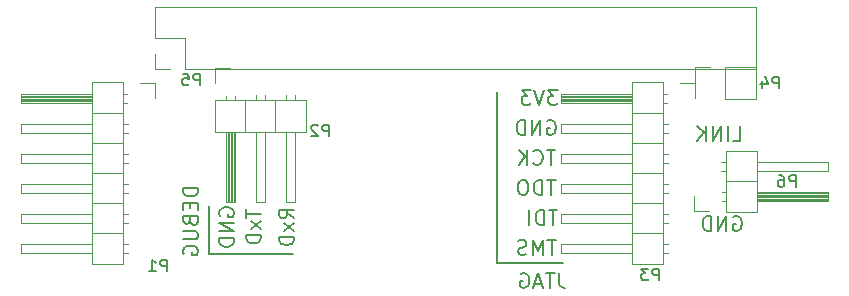
<source format=gbo>
G04 #@! TF.FileFunction,Legend,Bot*
%FSLAX46Y46*%
G04 Gerber Fmt 4.6, Leading zero omitted, Abs format (unit mm)*
G04 Created by KiCad (PCBNEW 4.0.7-e2-6376~58~ubuntu16.04.1) date Tue Jul 31 11:14:15 2018*
%MOMM*%
%LPD*%
G01*
G04 APERTURE LIST*
%ADD10C,0.100000*%
%ADD11C,0.200000*%
%ADD12C,0.120000*%
%ADD13C,0.150000*%
G04 APERTURE END LIST*
D10*
D11*
X68544476Y-36694436D02*
X69139714Y-36694436D01*
X69139714Y-35444436D01*
X68127809Y-36694436D02*
X68127809Y-35444436D01*
X67532571Y-36694436D02*
X67532571Y-35444436D01*
X66818285Y-36694436D01*
X66818285Y-35444436D01*
X66223047Y-36694436D02*
X66223047Y-35444436D01*
X65508761Y-36694436D02*
X66044476Y-35980150D01*
X65508761Y-35444436D02*
X66223047Y-36158722D01*
X68560381Y-43123960D02*
X68679429Y-43064436D01*
X68858000Y-43064436D01*
X69036572Y-43123960D01*
X69155619Y-43243008D01*
X69215143Y-43362055D01*
X69274667Y-43600150D01*
X69274667Y-43778722D01*
X69215143Y-44016817D01*
X69155619Y-44135865D01*
X69036572Y-44254912D01*
X68858000Y-44314436D01*
X68738952Y-44314436D01*
X68560381Y-44254912D01*
X68500857Y-44195389D01*
X68500857Y-43778722D01*
X68738952Y-43778722D01*
X67965143Y-44314436D02*
X67965143Y-43064436D01*
X67250857Y-44314436D01*
X67250857Y-43064436D01*
X66655619Y-44314436D02*
X66655619Y-43064436D01*
X66358000Y-43064436D01*
X66179428Y-43123960D01*
X66060381Y-43243008D01*
X66000857Y-43362055D01*
X65941333Y-43600150D01*
X65941333Y-43778722D01*
X66000857Y-44016817D01*
X66060381Y-44135865D01*
X66179428Y-44254912D01*
X66358000Y-44314436D01*
X66655619Y-44314436D01*
X23215476Y-40697341D02*
X21965476Y-40697341D01*
X21965476Y-40994960D01*
X22025000Y-41173532D01*
X22144048Y-41292579D01*
X22263095Y-41352103D01*
X22501190Y-41411627D01*
X22679762Y-41411627D01*
X22917857Y-41352103D01*
X23036905Y-41292579D01*
X23155952Y-41173532D01*
X23215476Y-40994960D01*
X23215476Y-40697341D01*
X22560714Y-41947341D02*
X22560714Y-42364008D01*
X23215476Y-42542579D02*
X23215476Y-41947341D01*
X21965476Y-41947341D01*
X21965476Y-42542579D01*
X22560714Y-43494960D02*
X22620238Y-43673531D01*
X22679762Y-43733055D01*
X22798810Y-43792579D01*
X22977381Y-43792579D01*
X23096429Y-43733055D01*
X23155952Y-43673531D01*
X23215476Y-43554484D01*
X23215476Y-43078293D01*
X21965476Y-43078293D01*
X21965476Y-43494960D01*
X22025000Y-43614007D01*
X22084524Y-43673531D01*
X22203571Y-43733055D01*
X22322619Y-43733055D01*
X22441667Y-43673531D01*
X22501190Y-43614007D01*
X22560714Y-43494960D01*
X22560714Y-43078293D01*
X21965476Y-44328293D02*
X22977381Y-44328293D01*
X23096429Y-44387817D01*
X23155952Y-44447341D01*
X23215476Y-44566388D01*
X23215476Y-44804484D01*
X23155952Y-44923531D01*
X23096429Y-44983055D01*
X22977381Y-45042579D01*
X21965476Y-45042579D01*
X22025000Y-46292579D02*
X21965476Y-46173531D01*
X21965476Y-45994960D01*
X22025000Y-45816388D01*
X22144048Y-45697341D01*
X22263095Y-45637817D01*
X22501190Y-45578293D01*
X22679762Y-45578293D01*
X22917857Y-45637817D01*
X23036905Y-45697341D01*
X23155952Y-45816388D01*
X23215476Y-45994960D01*
X23215476Y-46114008D01*
X23155952Y-46292579D01*
X23096429Y-46352103D01*
X22679762Y-46352103D01*
X22679762Y-46114008D01*
X24174000Y-46288960D02*
X24174000Y-42224960D01*
X31286000Y-46288960D02*
X24174000Y-46288960D01*
X48558000Y-47050960D02*
X54146000Y-47050960D01*
X48558000Y-32572960D02*
X48558000Y-47050960D01*
X53826333Y-47890436D02*
X53826333Y-48783293D01*
X53885857Y-48961865D01*
X54004905Y-49080912D01*
X54183476Y-49140436D01*
X54302524Y-49140436D01*
X53409666Y-47890436D02*
X52695381Y-47890436D01*
X53052524Y-49140436D02*
X53052524Y-47890436D01*
X52338238Y-48783293D02*
X51743000Y-48783293D01*
X52457285Y-49140436D02*
X52040619Y-47890436D01*
X51623952Y-49140436D01*
X50552523Y-47949960D02*
X50671571Y-47890436D01*
X50850142Y-47890436D01*
X51028714Y-47949960D01*
X51147761Y-48069008D01*
X51207285Y-48188055D01*
X51266809Y-48426150D01*
X51266809Y-48604722D01*
X51207285Y-48842817D01*
X51147761Y-48961865D01*
X51028714Y-49080912D01*
X50850142Y-49140436D01*
X50731094Y-49140436D01*
X50552523Y-49080912D01*
X50492999Y-49021389D01*
X50492999Y-48604722D01*
X50731094Y-48604722D01*
X53661619Y-32396436D02*
X52887809Y-32396436D01*
X53304476Y-32872627D01*
X53125904Y-32872627D01*
X53006857Y-32932150D01*
X52947333Y-32991674D01*
X52887809Y-33110722D01*
X52887809Y-33408341D01*
X52947333Y-33527389D01*
X53006857Y-33586912D01*
X53125904Y-33646436D01*
X53483047Y-33646436D01*
X53602095Y-33586912D01*
X53661619Y-33527389D01*
X52530666Y-32396436D02*
X52114000Y-33646436D01*
X51697333Y-32396436D01*
X51399714Y-32396436D02*
X50625904Y-32396436D01*
X51042571Y-32872627D01*
X50863999Y-32872627D01*
X50744952Y-32932150D01*
X50685428Y-32991674D01*
X50625904Y-33110722D01*
X50625904Y-33408341D01*
X50685428Y-33527389D01*
X50744952Y-33586912D01*
X50863999Y-33646436D01*
X51221142Y-33646436D01*
X51340190Y-33586912D01*
X51399714Y-33527389D01*
X52812381Y-34995960D02*
X52931429Y-34936436D01*
X53110000Y-34936436D01*
X53288572Y-34995960D01*
X53407619Y-35115008D01*
X53467143Y-35234055D01*
X53526667Y-35472150D01*
X53526667Y-35650722D01*
X53467143Y-35888817D01*
X53407619Y-36007865D01*
X53288572Y-36126912D01*
X53110000Y-36186436D01*
X52990952Y-36186436D01*
X52812381Y-36126912D01*
X52752857Y-36067389D01*
X52752857Y-35650722D01*
X52990952Y-35650722D01*
X52217143Y-36186436D02*
X52217143Y-34936436D01*
X51502857Y-36186436D01*
X51502857Y-34936436D01*
X50907619Y-36186436D02*
X50907619Y-34936436D01*
X50610000Y-34936436D01*
X50431428Y-34995960D01*
X50312381Y-35115008D01*
X50252857Y-35234055D01*
X50193333Y-35472150D01*
X50193333Y-35650722D01*
X50252857Y-35888817D01*
X50312381Y-36007865D01*
X50431428Y-36126912D01*
X50610000Y-36186436D01*
X50907619Y-36186436D01*
X53467142Y-37476436D02*
X52752857Y-37476436D01*
X53110000Y-38726436D02*
X53110000Y-37476436D01*
X51621904Y-38607389D02*
X51681428Y-38666912D01*
X51859999Y-38726436D01*
X51979047Y-38726436D01*
X52157619Y-38666912D01*
X52276666Y-38547865D01*
X52336190Y-38428817D01*
X52395714Y-38190722D01*
X52395714Y-38012150D01*
X52336190Y-37774055D01*
X52276666Y-37655008D01*
X52157619Y-37535960D01*
X51979047Y-37476436D01*
X51859999Y-37476436D01*
X51681428Y-37535960D01*
X51621904Y-37595484D01*
X51086190Y-38726436D02*
X51086190Y-37476436D01*
X50371904Y-38726436D02*
X50907619Y-38012150D01*
X50371904Y-37476436D02*
X51086190Y-38190722D01*
X53496904Y-40016436D02*
X52782619Y-40016436D01*
X53139762Y-41266436D02*
X53139762Y-40016436D01*
X52365952Y-41266436D02*
X52365952Y-40016436D01*
X52068333Y-40016436D01*
X51889761Y-40075960D01*
X51770714Y-40195008D01*
X51711190Y-40314055D01*
X51651666Y-40552150D01*
X51651666Y-40730722D01*
X51711190Y-40968817D01*
X51770714Y-41087865D01*
X51889761Y-41206912D01*
X52068333Y-41266436D01*
X52365952Y-41266436D01*
X50877857Y-40016436D02*
X50639761Y-40016436D01*
X50520714Y-40075960D01*
X50401666Y-40195008D01*
X50342142Y-40433103D01*
X50342142Y-40849770D01*
X50401666Y-41087865D01*
X50520714Y-41206912D01*
X50639761Y-41266436D01*
X50877857Y-41266436D01*
X50996904Y-41206912D01*
X51115952Y-41087865D01*
X51175476Y-40849770D01*
X51175476Y-40433103D01*
X51115952Y-40195008D01*
X50996904Y-40075960D01*
X50877857Y-40016436D01*
X53647761Y-42556436D02*
X52933476Y-42556436D01*
X53290619Y-43806436D02*
X53290619Y-42556436D01*
X52516809Y-43806436D02*
X52516809Y-42556436D01*
X52219190Y-42556436D01*
X52040618Y-42615960D01*
X51921571Y-42735008D01*
X51862047Y-42854055D01*
X51802523Y-43092150D01*
X51802523Y-43270722D01*
X51862047Y-43508817D01*
X51921571Y-43627865D01*
X52040618Y-43746912D01*
X52219190Y-43806436D01*
X52516809Y-43806436D01*
X51266809Y-43806436D02*
X51266809Y-42556436D01*
X53526666Y-45096436D02*
X52812381Y-45096436D01*
X53169524Y-46346436D02*
X53169524Y-45096436D01*
X52395714Y-46346436D02*
X52395714Y-45096436D01*
X51979047Y-45989293D01*
X51562381Y-45096436D01*
X51562381Y-46346436D01*
X51026667Y-46286912D02*
X50848095Y-46346436D01*
X50550476Y-46346436D01*
X50431429Y-46286912D01*
X50371905Y-46227389D01*
X50312381Y-46108341D01*
X50312381Y-45989293D01*
X50371905Y-45870246D01*
X50431429Y-45810722D01*
X50550476Y-45751198D01*
X50788572Y-45691674D01*
X50907619Y-45632150D01*
X50967143Y-45572627D01*
X51026667Y-45453579D01*
X51026667Y-45334531D01*
X50967143Y-45215484D01*
X50907619Y-45155960D01*
X50788572Y-45096436D01*
X50490952Y-45096436D01*
X50312381Y-45155960D01*
X31343476Y-43258913D02*
X30748238Y-42842246D01*
X31343476Y-42544627D02*
X30093476Y-42544627D01*
X30093476Y-43020818D01*
X30153000Y-43139865D01*
X30212524Y-43199389D01*
X30331571Y-43258913D01*
X30510143Y-43258913D01*
X30629190Y-43199389D01*
X30688714Y-43139865D01*
X30748238Y-43020818D01*
X30748238Y-42544627D01*
X31343476Y-43675579D02*
X30510143Y-44330341D01*
X30510143Y-43675579D02*
X31343476Y-44330341D01*
X31343476Y-44806532D02*
X30093476Y-44806532D01*
X30093476Y-45104151D01*
X30153000Y-45282723D01*
X30272048Y-45401770D01*
X30391095Y-45461294D01*
X30629190Y-45520818D01*
X30807762Y-45520818D01*
X31045857Y-45461294D01*
X31164905Y-45401770D01*
X31283952Y-45282723D01*
X31343476Y-45104151D01*
X31343476Y-44806532D01*
X27299476Y-42514865D02*
X27299476Y-43229150D01*
X28549476Y-42872007D02*
X27299476Y-42872007D01*
X28549476Y-43526769D02*
X27716143Y-44181531D01*
X27716143Y-43526769D02*
X28549476Y-44181531D01*
X28549476Y-44657722D02*
X27299476Y-44657722D01*
X27299476Y-44955341D01*
X27359000Y-45133913D01*
X27478048Y-45252960D01*
X27597095Y-45312484D01*
X27835190Y-45372008D01*
X28013762Y-45372008D01*
X28251857Y-45312484D01*
X28370905Y-45252960D01*
X28489952Y-45133913D01*
X28549476Y-44955341D01*
X28549476Y-44657722D01*
X25073000Y-43050579D02*
X25013476Y-42931531D01*
X25013476Y-42752960D01*
X25073000Y-42574388D01*
X25192048Y-42455341D01*
X25311095Y-42395817D01*
X25549190Y-42336293D01*
X25727762Y-42336293D01*
X25965857Y-42395817D01*
X26084905Y-42455341D01*
X26203952Y-42574388D01*
X26263476Y-42752960D01*
X26263476Y-42872008D01*
X26203952Y-43050579D01*
X26144429Y-43110103D01*
X25727762Y-43110103D01*
X25727762Y-42872008D01*
X26263476Y-43645817D02*
X25013476Y-43645817D01*
X26263476Y-44360103D01*
X25013476Y-44360103D01*
X26263476Y-44955341D02*
X25013476Y-44955341D01*
X25013476Y-45252960D01*
X25073000Y-45431532D01*
X25192048Y-45550579D01*
X25311095Y-45610103D01*
X25549190Y-45669627D01*
X25727762Y-45669627D01*
X25965857Y-45610103D01*
X26084905Y-45550579D01*
X26203952Y-45431532D01*
X26263476Y-45252960D01*
X26263476Y-44955341D01*
D12*
X16892000Y-31750960D02*
X16892000Y-47110960D01*
X16892000Y-47110960D02*
X14232000Y-47110960D01*
X14232000Y-47110960D02*
X14232000Y-31750960D01*
X14232000Y-31750960D02*
X16892000Y-31750960D01*
X14232000Y-32700960D02*
X8232000Y-32700960D01*
X8232000Y-32700960D02*
X8232000Y-33460960D01*
X8232000Y-33460960D02*
X14232000Y-33460960D01*
X14232000Y-32760960D02*
X8232000Y-32760960D01*
X14232000Y-32880960D02*
X8232000Y-32880960D01*
X14232000Y-33000960D02*
X8232000Y-33000960D01*
X14232000Y-33120960D02*
X8232000Y-33120960D01*
X14232000Y-33240960D02*
X8232000Y-33240960D01*
X14232000Y-33360960D02*
X8232000Y-33360960D01*
X17222000Y-32700960D02*
X16892000Y-32700960D01*
X17222000Y-33460960D02*
X16892000Y-33460960D01*
X16892000Y-34350960D02*
X14232000Y-34350960D01*
X14232000Y-35240960D02*
X8232000Y-35240960D01*
X8232000Y-35240960D02*
X8232000Y-36000960D01*
X8232000Y-36000960D02*
X14232000Y-36000960D01*
X17289071Y-35240960D02*
X16892000Y-35240960D01*
X17289071Y-36000960D02*
X16892000Y-36000960D01*
X16892000Y-36890960D02*
X14232000Y-36890960D01*
X14232000Y-37780960D02*
X8232000Y-37780960D01*
X8232000Y-37780960D02*
X8232000Y-38540960D01*
X8232000Y-38540960D02*
X14232000Y-38540960D01*
X17289071Y-37780960D02*
X16892000Y-37780960D01*
X17289071Y-38540960D02*
X16892000Y-38540960D01*
X16892000Y-39430960D02*
X14232000Y-39430960D01*
X14232000Y-40320960D02*
X8232000Y-40320960D01*
X8232000Y-40320960D02*
X8232000Y-41080960D01*
X8232000Y-41080960D02*
X14232000Y-41080960D01*
X17289071Y-40320960D02*
X16892000Y-40320960D01*
X17289071Y-41080960D02*
X16892000Y-41080960D01*
X16892000Y-41970960D02*
X14232000Y-41970960D01*
X14232000Y-42860960D02*
X8232000Y-42860960D01*
X8232000Y-42860960D02*
X8232000Y-43620960D01*
X8232000Y-43620960D02*
X14232000Y-43620960D01*
X17289071Y-42860960D02*
X16892000Y-42860960D01*
X17289071Y-43620960D02*
X16892000Y-43620960D01*
X16892000Y-44510960D02*
X14232000Y-44510960D01*
X14232000Y-45400960D02*
X8232000Y-45400960D01*
X8232000Y-45400960D02*
X8232000Y-46160960D01*
X8232000Y-46160960D02*
X14232000Y-46160960D01*
X17289071Y-45400960D02*
X16892000Y-45400960D01*
X17289071Y-46160960D02*
X16892000Y-46160960D01*
X19602000Y-33080960D02*
X19602000Y-31810960D01*
X19602000Y-31810960D02*
X18332000Y-31810960D01*
X62612000Y-31750960D02*
X62612000Y-47110960D01*
X62612000Y-47110960D02*
X59952000Y-47110960D01*
X59952000Y-47110960D02*
X59952000Y-31750960D01*
X59952000Y-31750960D02*
X62612000Y-31750960D01*
X59952000Y-32700960D02*
X53952000Y-32700960D01*
X53952000Y-32700960D02*
X53952000Y-33460960D01*
X53952000Y-33460960D02*
X59952000Y-33460960D01*
X59952000Y-32760960D02*
X53952000Y-32760960D01*
X59952000Y-32880960D02*
X53952000Y-32880960D01*
X59952000Y-33000960D02*
X53952000Y-33000960D01*
X59952000Y-33120960D02*
X53952000Y-33120960D01*
X59952000Y-33240960D02*
X53952000Y-33240960D01*
X59952000Y-33360960D02*
X53952000Y-33360960D01*
X62942000Y-32700960D02*
X62612000Y-32700960D01*
X62942000Y-33460960D02*
X62612000Y-33460960D01*
X62612000Y-34350960D02*
X59952000Y-34350960D01*
X59952000Y-35240960D02*
X53952000Y-35240960D01*
X53952000Y-35240960D02*
X53952000Y-36000960D01*
X53952000Y-36000960D02*
X59952000Y-36000960D01*
X63009071Y-35240960D02*
X62612000Y-35240960D01*
X63009071Y-36000960D02*
X62612000Y-36000960D01*
X62612000Y-36890960D02*
X59952000Y-36890960D01*
X59952000Y-37780960D02*
X53952000Y-37780960D01*
X53952000Y-37780960D02*
X53952000Y-38540960D01*
X53952000Y-38540960D02*
X59952000Y-38540960D01*
X63009071Y-37780960D02*
X62612000Y-37780960D01*
X63009071Y-38540960D02*
X62612000Y-38540960D01*
X62612000Y-39430960D02*
X59952000Y-39430960D01*
X59952000Y-40320960D02*
X53952000Y-40320960D01*
X53952000Y-40320960D02*
X53952000Y-41080960D01*
X53952000Y-41080960D02*
X59952000Y-41080960D01*
X63009071Y-40320960D02*
X62612000Y-40320960D01*
X63009071Y-41080960D02*
X62612000Y-41080960D01*
X62612000Y-41970960D02*
X59952000Y-41970960D01*
X59952000Y-42860960D02*
X53952000Y-42860960D01*
X53952000Y-42860960D02*
X53952000Y-43620960D01*
X53952000Y-43620960D02*
X59952000Y-43620960D01*
X63009071Y-42860960D02*
X62612000Y-42860960D01*
X63009071Y-43620960D02*
X62612000Y-43620960D01*
X62612000Y-44510960D02*
X59952000Y-44510960D01*
X59952000Y-45400960D02*
X53952000Y-45400960D01*
X53952000Y-45400960D02*
X53952000Y-46160960D01*
X53952000Y-46160960D02*
X59952000Y-46160960D01*
X63009071Y-45400960D02*
X62612000Y-45400960D01*
X63009071Y-46160960D02*
X62612000Y-46160960D01*
X65322000Y-33080960D02*
X65322000Y-31810960D01*
X65322000Y-31810960D02*
X64052000Y-31810960D01*
X22142000Y-30600960D02*
X70462000Y-30600960D01*
X70462000Y-30600960D02*
X70462000Y-25400960D01*
X70462000Y-25400960D02*
X19542000Y-25400960D01*
X19542000Y-25400960D02*
X19542000Y-28000960D01*
X19542000Y-28000960D02*
X22142000Y-28000960D01*
X22142000Y-28000960D02*
X22142000Y-30600960D01*
X20872000Y-30600960D02*
X19542000Y-30600960D01*
X19542000Y-30600960D02*
X19542000Y-29330960D01*
X67862000Y-30480960D02*
X70462000Y-30480960D01*
X70462000Y-30480960D02*
X70462000Y-33140960D01*
X70462000Y-33140960D02*
X67862000Y-33140960D01*
X67862000Y-33140960D02*
X67862000Y-30480960D01*
X66592000Y-30480960D02*
X65262000Y-30480960D01*
X65262000Y-30480960D02*
X65262000Y-31810960D01*
X24622000Y-33250960D02*
X32362000Y-33250960D01*
X32362000Y-33250960D02*
X32362000Y-35910960D01*
X32362000Y-35910960D02*
X24622000Y-35910960D01*
X24622000Y-35910960D02*
X24622000Y-33250960D01*
X25572000Y-35910960D02*
X25572000Y-41910960D01*
X25572000Y-41910960D02*
X26332000Y-41910960D01*
X26332000Y-41910960D02*
X26332000Y-35910960D01*
X25632000Y-35910960D02*
X25632000Y-41910960D01*
X25752000Y-35910960D02*
X25752000Y-41910960D01*
X25872000Y-35910960D02*
X25872000Y-41910960D01*
X25992000Y-35910960D02*
X25992000Y-41910960D01*
X26112000Y-35910960D02*
X26112000Y-41910960D01*
X26232000Y-35910960D02*
X26232000Y-41910960D01*
X25572000Y-32920960D02*
X25572000Y-33250960D01*
X26332000Y-32920960D02*
X26332000Y-33250960D01*
X27222000Y-33250960D02*
X27222000Y-35910960D01*
X28112000Y-35910960D02*
X28112000Y-41910960D01*
X28112000Y-41910960D02*
X28872000Y-41910960D01*
X28872000Y-41910960D02*
X28872000Y-35910960D01*
X28112000Y-32853889D02*
X28112000Y-33250960D01*
X28872000Y-32853889D02*
X28872000Y-33250960D01*
X29762000Y-33250960D02*
X29762000Y-35910960D01*
X30652000Y-35910960D02*
X30652000Y-41910960D01*
X30652000Y-41910960D02*
X31412000Y-41910960D01*
X31412000Y-41910960D02*
X31412000Y-35910960D01*
X30652000Y-32853889D02*
X30652000Y-33250960D01*
X31412000Y-32853889D02*
X31412000Y-33250960D01*
X25952000Y-30540960D02*
X24682000Y-30540960D01*
X24682000Y-30540960D02*
X24682000Y-31810960D01*
X67930400Y-42742160D02*
X67930400Y-37542160D01*
X67930400Y-37542160D02*
X70590400Y-37542160D01*
X70590400Y-37542160D02*
X70590400Y-42742160D01*
X70590400Y-42742160D02*
X67930400Y-42742160D01*
X70590400Y-41792160D02*
X76590400Y-41792160D01*
X76590400Y-41792160D02*
X76590400Y-41032160D01*
X76590400Y-41032160D02*
X70590400Y-41032160D01*
X70590400Y-41732160D02*
X76590400Y-41732160D01*
X70590400Y-41612160D02*
X76590400Y-41612160D01*
X70590400Y-41492160D02*
X76590400Y-41492160D01*
X70590400Y-41372160D02*
X76590400Y-41372160D01*
X70590400Y-41252160D02*
X76590400Y-41252160D01*
X70590400Y-41132160D02*
X76590400Y-41132160D01*
X67600400Y-41792160D02*
X67930400Y-41792160D01*
X67600400Y-41032160D02*
X67930400Y-41032160D01*
X67930400Y-40142160D02*
X70590400Y-40142160D01*
X70590400Y-39252160D02*
X76590400Y-39252160D01*
X76590400Y-39252160D02*
X76590400Y-38492160D01*
X76590400Y-38492160D02*
X70590400Y-38492160D01*
X67533329Y-39252160D02*
X67930400Y-39252160D01*
X67533329Y-38492160D02*
X67930400Y-38492160D01*
X65220400Y-41412160D02*
X65220400Y-42682160D01*
X65220400Y-42682160D02*
X66490400Y-42682160D01*
D13*
X23388095Y-32009341D02*
X23388095Y-31009341D01*
X23007142Y-31009341D01*
X22911904Y-31056960D01*
X22864285Y-31104579D01*
X22816666Y-31199817D01*
X22816666Y-31342674D01*
X22864285Y-31437912D01*
X22911904Y-31485531D01*
X23007142Y-31533150D01*
X23388095Y-31533150D01*
X21911904Y-31009341D02*
X22388095Y-31009341D01*
X22435714Y-31485531D01*
X22388095Y-31437912D01*
X22292857Y-31390293D01*
X22054761Y-31390293D01*
X21959523Y-31437912D01*
X21911904Y-31485531D01*
X21864285Y-31580770D01*
X21864285Y-31818865D01*
X21911904Y-31914103D01*
X21959523Y-31961722D01*
X22054761Y-32009341D01*
X22292857Y-32009341D01*
X22388095Y-31961722D01*
X22435714Y-31914103D01*
X62250095Y-48519341D02*
X62250095Y-47519341D01*
X61869142Y-47519341D01*
X61773904Y-47566960D01*
X61726285Y-47614579D01*
X61678666Y-47709817D01*
X61678666Y-47852674D01*
X61726285Y-47947912D01*
X61773904Y-47995531D01*
X61869142Y-48043150D01*
X62250095Y-48043150D01*
X61345333Y-47519341D02*
X60726285Y-47519341D01*
X61059619Y-47900293D01*
X60916761Y-47900293D01*
X60821523Y-47947912D01*
X60773904Y-47995531D01*
X60726285Y-48090770D01*
X60726285Y-48328865D01*
X60773904Y-48424103D01*
X60821523Y-48471722D01*
X60916761Y-48519341D01*
X61202476Y-48519341D01*
X61297714Y-48471722D01*
X61345333Y-48424103D01*
X20594095Y-47757341D02*
X20594095Y-46757341D01*
X20213142Y-46757341D01*
X20117904Y-46804960D01*
X20070285Y-46852579D01*
X20022666Y-46947817D01*
X20022666Y-47090674D01*
X20070285Y-47185912D01*
X20117904Y-47233531D01*
X20213142Y-47281150D01*
X20594095Y-47281150D01*
X19070285Y-47757341D02*
X19641714Y-47757341D01*
X19356000Y-47757341D02*
X19356000Y-46757341D01*
X19451238Y-46900198D01*
X19546476Y-46995436D01*
X19641714Y-47043055D01*
X72410095Y-32263341D02*
X72410095Y-31263341D01*
X72029142Y-31263341D01*
X71933904Y-31310960D01*
X71886285Y-31358579D01*
X71838666Y-31453817D01*
X71838666Y-31596674D01*
X71886285Y-31691912D01*
X71933904Y-31739531D01*
X72029142Y-31787150D01*
X72410095Y-31787150D01*
X70981523Y-31596674D02*
X70981523Y-32263341D01*
X71219619Y-31215722D02*
X71457714Y-31930008D01*
X70838666Y-31930008D01*
X34310095Y-36327341D02*
X34310095Y-35327341D01*
X33929142Y-35327341D01*
X33833904Y-35374960D01*
X33786285Y-35422579D01*
X33738666Y-35517817D01*
X33738666Y-35660674D01*
X33786285Y-35755912D01*
X33833904Y-35803531D01*
X33929142Y-35851150D01*
X34310095Y-35851150D01*
X33357714Y-35422579D02*
X33310095Y-35374960D01*
X33214857Y-35327341D01*
X32976761Y-35327341D01*
X32881523Y-35374960D01*
X32833904Y-35422579D01*
X32786285Y-35517817D01*
X32786285Y-35613055D01*
X32833904Y-35755912D01*
X33405333Y-36327341D01*
X32786285Y-36327341D01*
X73832495Y-40594541D02*
X73832495Y-39594541D01*
X73451542Y-39594541D01*
X73356304Y-39642160D01*
X73308685Y-39689779D01*
X73261066Y-39785017D01*
X73261066Y-39927874D01*
X73308685Y-40023112D01*
X73356304Y-40070731D01*
X73451542Y-40118350D01*
X73832495Y-40118350D01*
X72403923Y-39594541D02*
X72594400Y-39594541D01*
X72689638Y-39642160D01*
X72737257Y-39689779D01*
X72832495Y-39832636D01*
X72880114Y-40023112D01*
X72880114Y-40404065D01*
X72832495Y-40499303D01*
X72784876Y-40546922D01*
X72689638Y-40594541D01*
X72499161Y-40594541D01*
X72403923Y-40546922D01*
X72356304Y-40499303D01*
X72308685Y-40404065D01*
X72308685Y-40165970D01*
X72356304Y-40070731D01*
X72403923Y-40023112D01*
X72499161Y-39975493D01*
X72689638Y-39975493D01*
X72784876Y-40023112D01*
X72832495Y-40070731D01*
X72880114Y-40165970D01*
M02*

</source>
